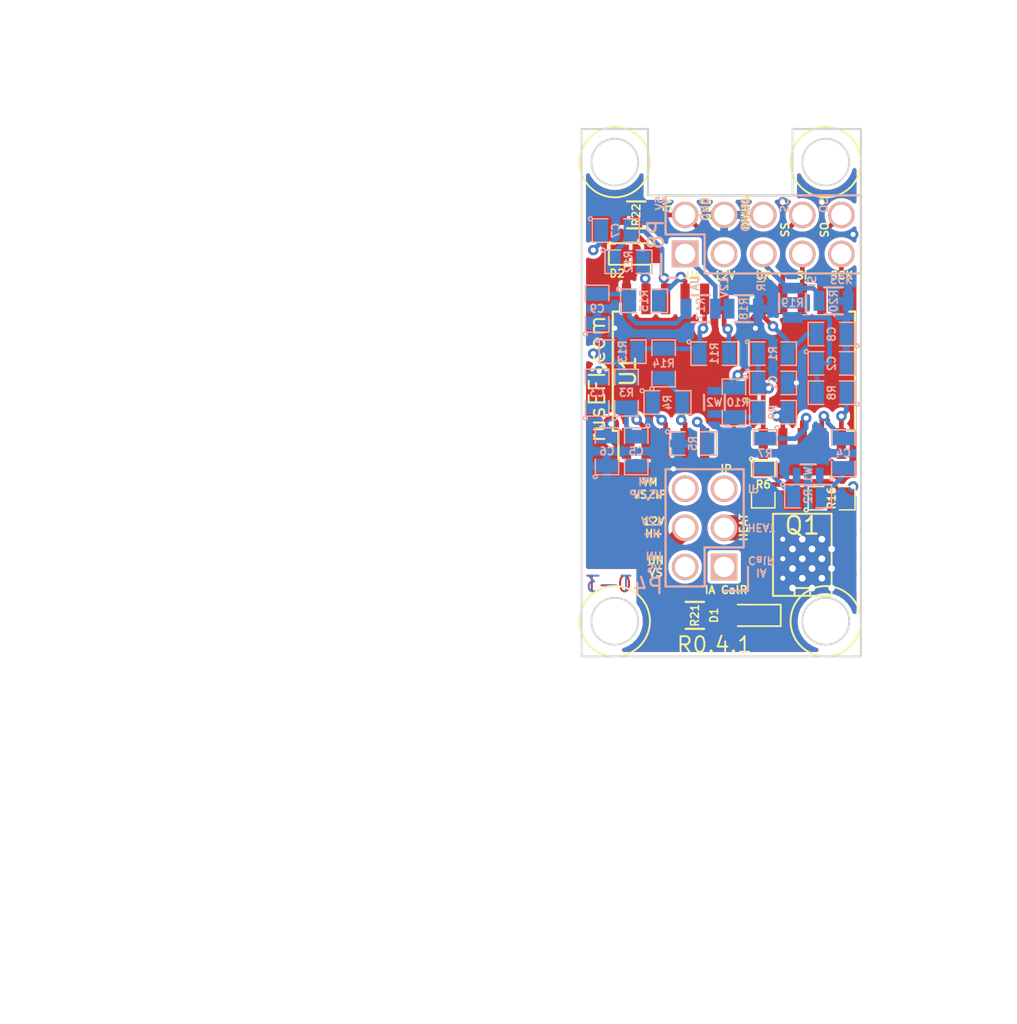
<source format=kicad_pcb>
(kicad_pcb (version 20171130) (host pcbnew "(5.1.5)-3")
  (title_block (title "CJ125 Wide O2 ") (date 2019-01-08) (rev R0.4.1) (company http://rusefi.com/))
  (layers (0 F.Cu signal) (1 PWR power) (2 GND power) (31 B.Cu signal) (34 B.Paste user) (35 F.Paste user) (36 B.SilkS user) (37 F.SilkS user) (38 B.Mask user) (39 F.Mask user) (44 Edge.Cuts user))
  (net 0 "")
  (net 1 GND)
  (net 2 /RST)
  (net 3 /CJ125_UR)
  (net 4 /UN)
  (net 5 "Net-(C4-Pad1)")
  (net 6 /CM)
  (net 7 /WO2-12V)
  (net 8 /CF)
  (net 9 /CJ125_5v)
  (net 10 /CJ125_UA)
  (net 11 /CJ125_IP)
  (net 12 /CJ125_HEATER)
  (net 13 /CJ125_IA)
  (net 14 /CJ125_VM)
  (net 15 /CJ125_UN)
  (net 16 /CJ125_SS)
  (net 17 /CJ125_SI)
  (net 18 /CJ125_SO)
  (net 19 /CJ125_SCK)
  (net 20 "Net-(R2-Pad1)")
  (net 21 /OSZ)
  (net 22 /DIAHD)
  (net 23 /RM)
  (net 24 /UR)
  (net 25 "Net-(R10-Pad2)")
  (net 26 /RS)
  (net 27 /UP)
  (net 28 /US)
  (net 29 /RF)
  (net 30 /UA)
  (net 31 /DIAHG)
  (net 32 "Net-(P8-Pad1)")
  (net 33 "Net-(P8-Pad5)")
  (net 34 "Net-(C3-Pad2)")
  (net 35 "Net-(C5-Pad2)")
  (net 36 "Net-(C7-Pad1)")
  (net 37 "Net-(D1-Pad2)")
  (net 38 "Net-(D2-Pad2)")
  (net 39 "Net-(R7-Pad2)")
  (module SOIC-24_7.5x15.4mm_Pitch1.27mm (layer F.Cu) (at 121.285 120.65 90)
    (fp_text reference U1 (at 0 -6.8834 90) (layer F.SilkS))
    (fp_text value CJ125)
    (pad 1 smd rect (at -4.7 -6.985 90) (size 2 0.6) (layers F.Cu F.Paste F.Mask) (net 7 /WO2-12V))
    (pad 2 smd rect (at -4.7 -5.715 90) (size 2 0.6) (layers F.Cu F.Paste F.Mask) (net 4 /UN))
    (pad 3 smd rect (at -4.7 -4.445 90) (size 2 0.6) (layers F.Cu F.Paste F.Mask) (net 11 /CJ125_IP))
    (pad 4 smd rect (at -4.7 -3.175 90) (size 2 0.6) (layers F.Cu F.Paste F.Mask) (net 13 /CJ125_IA))
    (pad 5 smd rect (at -4.7 -1.905 90) (size 2 0.6) (layers F.Cu F.Paste F.Mask) (net 21 /OSZ))
    (pad 6 smd rect (at -4.7 -0.635 90) (size 2 0.6) (layers F.Cu F.Paste F.Mask) (net 31 /DIAHG))
    (pad 7 smd rect (at -4.7 0.635 90) (size 2 0.6) (layers F.Cu F.Paste F.Mask) (net 22 /DIAHD))
    (pad 8 smd rect (at -4.7 1.905 90) (size 2 0.6) (layers F.Cu F.Paste F.Mask) (net 2 /RST))
    (pad 9 smd rect (at -4.7 3.175 90) (size 2 0.6) (layers F.Cu F.Paste F.Mask) (net 26 /RS))
    (pad 10 smd rect (at -4.7 4.445 90) (size 2 0.6) (layers F.Cu F.Paste F.Mask) (net 23 /RM))
    (pad 11 smd rect (at -4.7 5.715 90) (size 2 0.6) (layers F.Cu F.Paste F.Mask) (net 6 /CM))
    (pad 12 smd rect (at -4.7 6.985 90) (size 2 0.6) (layers F.Cu F.Paste F.Mask) (net 24 /UR))
    (pad 13 smd rect (at 4.7 6.985 90) (size 2 0.6) (layers F.Cu F.Paste F.Mask) (net 19 /CJ125_SCK))
    (pad 14 smd rect (at 4.7 5.715 90) (size 2 0.6) (layers F.Cu F.Paste F.Mask) (net 18 /CJ125_SO))
    (pad 15 smd rect (at 4.7 4.445 90) (size 2 0.6) (layers F.Cu F.Paste F.Mask) (net 17 /CJ125_SI))
    (pad 16 smd rect (at 4.7 3.175 90) (size 2 0.6) (layers F.Cu F.Paste F.Mask) (net 16 /CJ125_SS))
    (pad 17 smd rect (at 4.7 1.905 90) (size 2 0.6) (layers F.Cu F.Paste F.Mask) (net 9 /CJ125_5v))
    (pad 18 smd rect (at 4.7 0.635 90) (size 2 0.6) (layers F.Cu F.Paste F.Mask) (net 14 /CJ125_VM))
    (pad 19 smd rect (at 4.7 -0.635 90) (size 2 0.6) (layers F.Cu F.Paste F.Mask) (net 28 /US))
    (pad 20 smd rect (at 4.7 -1.905 90) (size 2 0.6) (layers F.Cu F.Paste F.Mask) (net 27 /UP))
    (pad 21 smd rect (at 4.7 -3.175 90) (size 2 0.6) (layers F.Cu F.Paste F.Mask) (net 30 /UA))
    (pad 22 smd rect (at 4.7 -4.445 90) (size 2 0.6) (layers F.Cu F.Paste F.Mask) (net 8 /CF))
    (pad 23 smd rect (at 4.7 -5.715 90) (size 2 0.6) (layers F.Cu F.Paste F.Mask) (net 29 /RF))
    (pad 24 smd rect (at 4.7 -6.985 90) (size 2 0.6) (layers F.Cu F.Paste F.Mask) (net 1 GND))
  )
  (module Socket_Strips:Socket_Strip_Straight_2x05 (layer B.Cu) (at 118.11 113.03)
    (fp_text reference P8 (at -1.905 -1.27 90) (layer B.SilkS) (effects (justify mirror)))
    (fp_text value CONN_02X05 hide)
    (pad 1 thru_hole rect (at 0 0) (size 1.7272 1.7272) (drill 1.3208) (layers *.Cu *.Mask B.SilkS) (net 32 "Net-(P8-Pad1)"))
    (pad 2 thru_hole oval (at 0 -2.54) (size 1.7272 1.7272) (drill 1.3208) (layers *.Cu *.Mask B.SilkS) (net 9 /CJ125_5v))
    (pad 3 thru_hole oval (at 2.54 0) (size 1.7272 1.7272) (drill 1.3208) (layers *.Cu *.Mask B.SilkS) (net 7 /WO2-12V))
    (pad 4 thru_hole oval (at 2.54 -2.54) (size 1.7272 1.7272) (drill 1.3208) (layers *.Cu *.Mask B.SilkS) (net 1 GND))
    (pad 5 thru_hole oval (at 5.08 0) (size 1.7272 1.7272) (drill 1.3208) (layers *.Cu *.Mask B.SilkS) (net 33 "Net-(P8-Pad5)"))
    (pad 6 thru_hole oval (at 5.08 -2.54) (size 1.7272 1.7272) (drill 1.3208) (layers *.Cu *.Mask B.SilkS) (net 31 /DIAHG))
    (pad 7 thru_hole oval (at 7.62 0) (size 1.7272 1.7272) (drill 1.3208) (layers *.Cu *.Mask B.SilkS) (net 17 /CJ125_SI))
    (pad 8 thru_hole oval (at 7.62 -2.54) (size 1.7272 1.7272) (drill 1.3208) (layers *.Cu *.Mask B.SilkS) (net 16 /CJ125_SS))
    (pad 9 thru_hole oval (at 10.16 0) (size 1.7272 1.7272) (drill 1.3208) (layers *.Cu *.Mask B.SilkS) (net 19 /CJ125_SCK))
    (pad 10 thru_hole oval (at 10.16 -2.54) (size 1.7272 1.7272) (drill 1.3208) (layers *.Cu *.Mask B.SilkS) (net 18 /CJ125_SO))
  )
  (module Socket_Strips:Socket_Strip_Straight_2x03 (layer B.Cu) (at 120.65 133.3754 90)
    (fp_text reference P4 (at -1.2446 -4.953) (layer B.SilkS) (effects (justify mirror)))
    (fp_text value CONN_02X03 hide)
    (pad 1 thru_hole rect (at 0 0 90) (size 1.7272 1.7272) (drill 1.3208) (layers *.Cu *.Mask B.SilkS) (net 13 /CJ125_IA))
    (pad 2 thru_hole oval (at 0 -2.54 90) (size 1.7272 1.7272) (drill 1.3208) (layers *.Cu *.Mask B.SilkS) (net 15 /CJ125_UN))
    (pad 3 thru_hole oval (at 2.54 0 90) (size 1.7272 1.7272) (drill 1.3208) (layers *.Cu *.Mask B.SilkS) (net 12 /CJ125_HEATER))
    (pad 4 thru_hole oval (at 2.54 -2.54 90) (size 1.7272 1.7272) (drill 1.3208) (layers *.Cu *.Mask B.SilkS) (net 7 /WO2-12V))
    (pad 5 thru_hole oval (at 5.08 0 90) (size 1.7272 1.7272) (drill 1.3208) (layers *.Cu *.Mask B.SilkS) (net 11 /CJ125_IP))
    (pad 6 thru_hole oval (at 5.08 -2.54 90) (size 1.7272 1.7272) (drill 1.3208) (layers *.Cu *.Mask B.SilkS) (net 14 /CJ125_VM))
  )
  (module SM0805 (layer B.Cu) (at 123.825 121.412)
    (fp_text reference C1 (at 0 0 270) (layer B.SilkS) (effects (font (size 0.50038 0.50038) (thickness 0.10922)) (justify mirror)))
    (fp_text value 1000pF hide)
    (pad 1 smd rect (at -0.9525 0) (size 0.889 1.397) (layers B.Cu B.Paste B.Mask) (net 2 /RST))
    (pad 2 smd rect (at 0.9525 0) (size 0.889 1.397) (layers B.Cu B.Paste B.Mask) (net 1 GND))
  )
  (module SM0805 (layer B.Cu) (at 127.635 120.142)
    (fp_text reference C2 (at 0 0 270) (layer B.SilkS) (effects (font (size 0.50038 0.50038) (thickness 0.10922)) (justify mirror)))
    (fp_text value 0.033uF hide)
    (pad 1 smd rect (at -0.9525 0) (size 0.889 1.397) (layers B.Cu B.Paste B.Mask) (net 3 /CJ125_UR))
    (pad 2 smd rect (at 0.9525 0) (size 0.889 1.397) (layers B.Cu B.Paste B.Mask) (net 1 GND))
  )
  (module SM0805 (layer B.Cu) (at 112.395 122.047 90)
    (fp_text reference C3 (at 0 0) (layer B.SilkS) (effects (font (size 0.50038 0.50038) (thickness 0.10922)) (justify mirror)))
    (fp_text value DNP hide)
    (pad 1 smd rect (at -0.9525 0 90) (size 0.889 1.397) (layers B.Cu B.Paste B.Mask) (net 4 /UN))
    (pad 2 smd rect (at 0.9525 0 90) (size 0.889 1.397) (layers B.Cu B.Paste B.Mask) (net 34 "Net-(C3-Pad2)"))
  )
  (module SM0805 (layer B.Cu) (at 128.397 125.984 90)
    (fp_text reference C4 (at 0 0) (layer B.SilkS) (effects (font (size 0.50038 0.50038) (thickness 0.10922)) (justify mirror)))
    (fp_text value 0.1uF hide)
    (pad 1 smd rect (at -0.9525 0 90) (size 0.889 1.397) (layers B.Cu B.Paste B.Mask) (net 5 "Net-(C4-Pad1)"))
    (pad 2 smd rect (at 0.9525 0 90) (size 0.889 1.397) (layers B.Cu B.Paste B.Mask) (net 6 /CM))
  )
  (module SM0805 (layer B.Cu) (at 114.935 125.857 270)
    (fp_text reference C5 (at 0 0 180) (layer B.SilkS) (effects (font (size 0.50038 0.50038) (thickness 0.10922)) (justify mirror)))
    (fp_text value 220pf hide)
    (pad 1 smd rect (at -0.9525 0 270) (size 0.889 1.397) (layers B.Cu B.Paste B.Mask) (net 4 /UN))
    (pad 2 smd rect (at 0.9525 0 270) (size 0.889 1.397) (layers B.Cu B.Paste B.Mask) (net 35 "Net-(C5-Pad2)"))
  )
  (module SM0805 (layer B.Cu) (at 113.03 125.857 90)
    (fp_text reference C6 (at 0 0) (layer B.SilkS) (effects (font (size 0.50038 0.50038) (thickness 0.10922)) (justify mirror)))
    (fp_text value 0.033uF hide)
    (pad 1 smd rect (at -0.9525 0 90) (size 0.889 1.397) (layers B.Cu B.Paste B.Mask) (net 1 GND))
    (pad 2 smd rect (at 0.9525 0 90) (size 0.889 1.397) (layers B.Cu B.Paste B.Mask) (net 7 /WO2-12V))
  )
  (module SM0805 (layer B.Cu) (at 113.6015 111.506)
    (fp_text reference C7 (at 0 0 270) (layer B.SilkS) (effects (font (size 0.50038 0.50038) (thickness 0.10922)) (justify mirror)))
    (fp_text value 0.1uF hide)
    (pad 1 smd rect (at -0.9525 0) (size 0.889 1.397) (layers B.Cu B.Paste B.Mask) (net 36 "Net-(C7-Pad1)"))
    (pad 2 smd rect (at 0.9525 0) (size 0.889 1.397) (layers B.Cu B.Paste B.Mask) (net 8 /CF))
  )
  (module SM0805 (layer B.Cu) (at 127.635 118.237 180)
    (fp_text reference C8 (at 0 0 90) (layer B.SilkS) (effects (font (size 0.50038 0.50038) (thickness 0.10922)) (justify mirror)))
    (fp_text value 0.033uF hide)
    (pad 1 smd rect (at -0.9525 0 180) (size 0.889 1.397) (layers B.Cu B.Paste B.Mask) (net 1 GND))
    (pad 2 smd rect (at 0.9525 0 180) (size 0.889 1.397) (layers B.Cu B.Paste B.Mask) (net 9 /CJ125_5v))
  )
  (module SM0805 (layer B.Cu) (at 112.395 116.586 90)
    (fp_text reference C9 (at 0 0) (layer B.SilkS) (effects (font (size 0.50038 0.50038) (thickness 0.10922)) (justify mirror)))
    (fp_text value 0.033uF hide)
    (pad 1 smd rect (at -0.9525 0 90) (size 0.889 1.397) (layers B.Cu B.Paste B.Mask) (net 1 GND))
    (pad 2 smd rect (at 0.9525 0 90) (size 0.889 1.397) (layers B.Cu B.Paste B.Mask) (net 10 /CJ125_UA))
  )
  (module SO8E_ST (layer F.Cu) (at 125.73 132.588 90)
    (fp_text reference Q1 (at 1.905 0 180) (layer F.SilkS) (effects (font (size 1.143 1.143) (thickness 0.1524))))
    (fp_text value FDS2734 hide)
    (pad 2 smd rect (at -1.905 -2.667 90) (size 0.508 1.143) (layers F.Cu F.Paste F.Mask) (net 12 /CJ125_HEATER))
    (pad 3 smd rect (at -1.905 2.667 90) (size 0.508 1.143) (layers F.Cu F.Paste F.Mask) (net 1 GND))
    (pad 2 smd rect (at -0.635 -2.667 90) (size 0.508 1.143) (layers F.Cu F.Paste F.Mask) (net 12 /CJ125_HEATER))
    (pad 2 smd rect (at 0.635 -2.667 90) (size 0.508 1.143) (layers F.Cu F.Paste F.Mask) (net 12 /CJ125_HEATER))
    (pad 2 smd rect (at 1.905 -2.667 90) (size 0.508 1.143) (layers F.Cu F.Paste F.Mask) (net 12 /CJ125_HEATER))
    (pad 3 smd rect (at -0.635 2.667 90) (size 0.508 1.143) (layers F.Cu F.Paste F.Mask) (net 1 GND))
    (pad 3 smd rect (at 0.635 2.667 90) (size 0.508 1.143) (layers F.Cu F.Paste F.Mask) (net 1 GND))
    (pad 1 smd rect (at 1.905 2.667 90) (size 0.508 1.143) (layers F.Cu F.Paste F.Mask) (net 31 /DIAHG))
  )
  (module SM0805 (layer B.Cu) (at 123.825 119.507)
    (fp_text reference R1 (at 0 0 270) (layer B.SilkS) (effects (font (size 0.50038 0.50038) (thickness 0.10922)) (justify mirror)))
    (fp_text value 10k hide)
    (pad 1 smd rect (at -0.9525 0) (size 0.889 1.397) (layers B.Cu B.Paste B.Mask) (net 2 /RST))
    (pad 2 smd rect (at 0.9525 0) (size 0.889 1.397) (layers B.Cu B.Paste B.Mask) (net 9 /CJ125_5v))
  )
  (module SM0805 (layer B.Cu) (at 126.111 128.778)
    (fp_text reference R2 (at 0 0 270) (layer B.SilkS) (effects (font (size 0.50038 0.50038) (thickness 0.10922)) (justify mirror)))
    (fp_text value 21k6 hide)
    (pad 1 smd rect (at -0.9525 0) (size 0.889 1.397) (layers B.Cu B.Paste B.Mask) (net 20 "Net-(R2-Pad1)"))
    (pad 2 smd rect (at 0.9525 0) (size 0.889 1.397) (layers B.Cu B.Paste B.Mask) (net 5 "Net-(C4-Pad1)"))
  )
  (module SM0805 (layer B.Cu) (at 114.3 122.047 90)
    (fp_text reference R3 (at 0 0) (layer B.SilkS) (effects (font (size 0.50038 0.50038) (thickness 0.10922)) (justify mirror)))
    (fp_text value 0R hide)
    (pad 1 smd rect (at -0.9525 0 90) (size 0.889 1.397) (layers B.Cu B.Paste B.Mask) (net 4 /UN))
    (pad 2 smd rect (at 0.9525 0 90) (size 0.889 1.397) (layers B.Cu B.Paste B.Mask) (net 15 /CJ125_UN))
  )
  (module SM0805 (layer B.Cu) (at 116.967 122.682)
    (fp_text reference R4 (at 0 0 270) (layer B.SilkS) (effects (font (size 0.50038 0.50038) (thickness 0.10922)) (justify mirror)))
    (fp_text value 61.9 hide)
    (pad 1 smd rect (at -0.9525 0) (size 0.889 1.397) (layers B.Cu B.Paste B.Mask) (net 11 /CJ125_IP))
    (pad 2 smd rect (at 0.9525 0) (size 0.889 1.397) (layers B.Cu B.Paste B.Mask) (net 13 /CJ125_IA))
  )
  (module SM0805 (layer B.Cu) (at 118.618 125.349)
    (fp_text reference R5 (at 0 0 270) (layer B.SilkS) (effects (font (size 0.50038 0.50038) (thickness 0.10922)) (justify mirror)))
    (fp_text value 10k hide)
    (pad 1 smd rect (at -0.9525 0) (size 0.889 1.397) (layers B.Cu B.Paste B.Mask) (net 1 GND))
    (pad 2 smd rect (at 0.9525 0) (size 0.889 1.397) (layers B.Cu B.Paste B.Mask) (net 21 /OSZ))
  )
  (module SM0805 (layer F.Cu) (at 123.19 128.016 270)
    (fp_text reference R6 (at 0 0) (layer F.SilkS) (effects (font (size 0.50038 0.50038) (thickness 0.10922))))
    (fp_text value 6.8k hide)
    (pad 1 smd rect (at -0.9525 0 270) (size 0.889 1.397) (layers F.Cu F.Paste F.Mask) (net 22 /DIAHD))
    (pad 2 smd rect (at 0.9525 0 270) (size 0.889 1.397) (layers F.Cu F.Paste F.Mask) (net 12 /CJ125_HEATER))
  )
  (module SM0805 (layer B.Cu) (at 123.317 125.984 270)
    (fp_text reference R7 (at 0 0 180) (layer B.SilkS) (effects (font (size 0.50038 0.50038) (thickness 0.10922)) (justify mirror)))
    (fp_text value 10k hide)
    (pad 1 smd rect (at -0.9525 0 270) (size 0.889 1.397) (layers B.Cu B.Paste B.Mask) (net 23 /RM))
    (pad 2 smd rect (at 0.9525 0 270) (size 0.889 1.397) (layers B.Cu B.Paste B.Mask) (net 39 "Net-(R7-Pad2)"))
  )
  (module SM0805 (layer B.Cu) (at 127.635 122.047 180)
    (fp_text reference R8 (at 0 0 90) (layer B.SilkS) (effects (font (size 0.50038 0.50038) (thickness 0.10922)) (justify mirror)))
    (fp_text value 1k hide)
    (pad 1 smd rect (at -0.9525 0 180) (size 0.889 1.397) (layers B.Cu B.Paste B.Mask) (net 24 /UR))
    (pad 2 smd rect (at 0.9525 0 180) (size 0.889 1.397) (layers B.Cu B.Paste B.Mask) (net 3 /CJ125_UR))
  )
  (module SM0805 (layer B.Cu) (at 123.825 123.317)
    (fp_text reference R9 (at 0 0 270) (layer B.SilkS) (effects (font (size 0.50038 0.50038) (thickness 0.10922)) (justify mirror)))
    (fp_text value 82.5 hide)
    (pad 1 smd rect (at -0.9525 0) (size 0.889 1.397) (layers B.Cu B.Paste B.Mask) (net 25 "Net-(R10-Pad2)"))
    (pad 2 smd rect (at 0.9525 0) (size 0.889 1.397) (layers B.Cu B.Paste B.Mask) (net 26 /RS))
  )
  (module SM0805 (layer B.Cu) (at 121.285 122.682 270)
    (fp_text reference R10 (at 0 -0.254 180) (layer B.SilkS) (effects (font (size 0.50038 0.50038) (thickness 0.10922)) (justify mirror)))
    (fp_text value 220 hide)
    (pad 1 smd rect (at -0.9525 0 270) (size 0.889 1.397) (layers B.Cu B.Paste B.Mask) (net 14 /CJ125_VM))
    (pad 2 smd rect (at 0.9525 0 270) (size 0.889 1.397) (layers B.Cu B.Paste B.Mask) (net 25 "Net-(R10-Pad2)"))
  )
  (module SM0805 (layer B.Cu) (at 120.015 119.507)
    (fp_text reference R11 (at 0 0 270) (layer B.SilkS) (effects (font (size 0.50038 0.50038) (thickness 0.10922)) (justify mirror)))
    (fp_text value 5.11k hide)
    (pad 1 smd rect (at -0.9525 0) (size 0.889 1.397) (layers B.Cu B.Paste B.Mask) (net 27 /UP))
    (pad 2 smd rect (at 0.9525 0) (size 0.889 1.397) (layers B.Cu B.Paste B.Mask) (net 28 /US))
  )
  (module SM0805 (layer B.Cu) (at 114.427 113.538)
    (fp_text reference R12 (at 0 0 270) (layer B.SilkS) (effects (font (size 0.50038 0.50038) (thickness 0.10922)) (justify mirror)))
    (fp_text value 100k hide)
    (pad 1 smd rect (at -0.9525 0) (size 0.889 1.397) (layers B.Cu B.Paste B.Mask) (net 8 /CF))
    (pad 2 smd rect (at 0.9525 0) (size 0.889 1.397) (layers B.Cu B.Paste B.Mask) (net 29 /RF))
  )
  (module SM0805 (layer B.Cu) (at 114.046 119.38)
    (fp_text reference R13 (at 0 0 270) (layer B.SilkS) (effects (font (size 0.50038 0.50038) (thickness 0.10922)) (justify mirror)))
    (fp_text value 100k hide)
    (pad 1 smd rect (at -0.9525 0) (size 0.889 1.397) (layers B.Cu B.Paste B.Mask) (net 15 /CJ125_UN))
    (pad 2 smd rect (at 0.9525 0) (size 0.889 1.397) (layers B.Cu B.Paste B.Mask) (net 27 /UP))
  )
  (module SM0805 (layer B.Cu) (at 116.713 120.142 90)
    (fp_text reference R14 (at 0 0) (layer B.SilkS) (effects (font (size 0.50038 0.50038) (thickness 0.10922)) (justify mirror)))
    (fp_text value 511k hide)
    (pad 1 smd rect (at -0.9525 0 90) (size 0.889 1.397) (layers B.Cu B.Paste B.Mask) (net 13 /CJ125_IA))
    (pad 2 smd rect (at 0.9525 0 90) (size 0.889 1.397) (layers B.Cu B.Paste B.Mask) (net 27 /UP))
  )
  (module SM0805 (layer B.Cu) (at 115.443 116.078)
    (fp_text reference R15 (at 0 0 270) (layer B.SilkS) (effects (font (size 0.50038 0.50038) (thickness 0.10922)) (justify mirror)))
    (fp_text value 1k hide)
    (pad 1 smd rect (at -0.9525 0) (size 0.889 1.397) (layers B.Cu B.Paste B.Mask) (net 10 /CJ125_UA))
    (pad 2 smd rect (at 0.9525 0) (size 0.889 1.397) (layers B.Cu B.Paste B.Mask) (net 30 /UA))
  )
  (module R_0603 (layer B.Cu) (at 126.111 127.381 180)
    (fp_text reference W1 (at 0 0 90) (layer B.SilkS) (effects (font (size 0.50038 0.50038) (thickness 0.10922)) (justify mirror)))
    (fp_text value TEST hide)
    (pad 1 smd rect (at -0.75 0 180) (size 0.5 0.9) (layers B.Cu B.Paste B.Mask) (net 5 "Net-(C4-Pad1)"))
    (pad 2 smd rect (at 0.75 0 180) (size 0.5 0.9) (layers B.Cu B.Paste B.Mask) (net 39 "Net-(R7-Pad2)"))
  )
  (module R_0603 (layer B.Cu) (at 120.015 122.682 90)
    (fp_text reference W2 (at 0 0) (layer B.SilkS) (effects (font (size 0.50038 0.50038) (thickness 0.10922)) (justify mirror)))
    (fp_text value TEST hide)
    (pad 1 smd rect (at -0.75 0 90) (size 0.5 0.9) (layers B.Cu B.Paste B.Mask) (net 25 "Net-(R10-Pad2)"))
    (pad 2 smd rect (at 0.75 0 90) (size 0.5 0.9) (layers B.Cu B.Paste B.Mask) (net 14 /CJ125_VM))
  )
  (module SM0805 (layer F.Cu) (at 127.635 128.905)
    (fp_text reference R16 (at 0 0 90) (layer F.SilkS) (effects (font (size 0.50038 0.50038) (thickness 0.10922))))
    (fp_text value 10k hide)
    (pad 1 smd rect (at -0.9525 0) (size 0.889 1.397) (layers F.Cu F.Paste F.Mask) (net 1 GND))
    (pad 2 smd rect (at 0.9525 0) (size 0.889 1.397) (layers F.Cu F.Paste F.Mask) (net 31 /DIAHG))
  )
  (module rsuEFI_Lib:R_0805 (layer B.Cu) (at 119.126 116.586 180)
    (fp_text reference R17 (at 0 0 90) (layer B.SilkS) (effects (font (size 0.508 0.508) (thickness 0.1016)) (justify mirror)))
    (fp_text value 6.8k hide)
    (pad 1 smd rect (at -0.95 0 180) (size 0.7 1.3) (layers B.Cu B.Paste B.Mask) (net 32 "Net-(P8-Pad1)"))
    (pad 2 smd rect (at 0.95 0 180) (size 0.7 1.3) (layers B.Cu B.Paste B.Mask) (net 10 /CJ125_UA))
  )
  (module rsuEFI_Lib:R_0805 (layer B.Cu) (at 121.92 116.586)
    (fp_text reference R18 (at 0 0 270) (layer B.SilkS) (effects (font (size 0.508 0.508) (thickness 0.1016)) (justify mirror)))
    (fp_text value 10k hide)
    (pad 1 smd rect (at -0.95 0) (size 0.7 1.3) (layers B.Cu B.Paste B.Mask) (net 32 "Net-(P8-Pad1)"))
    (pad 2 smd rect (at 0.95 0) (size 0.7 1.3) (layers B.Cu B.Paste B.Mask) (net 1 GND))
  )
  (module rsuEFI_Lib:R_0805 (layer B.Cu) (at 125.095 116.205 270)
    (fp_text reference R19 (at 0 0 180) (layer B.SilkS) (effects (font (size 0.508 0.508) (thickness 0.1016)) (justify mirror)))
    (fp_text value 6.8k hide)
    (pad 1 smd rect (at -0.95 0 270) (size 0.7 1.3) (layers B.Cu B.Paste B.Mask) (net 33 "Net-(P8-Pad5)"))
    (pad 2 smd rect (at 0.95 0 270) (size 0.7 1.3) (layers B.Cu B.Paste B.Mask) (net 3 /CJ125_UR))
  )
  (module rsuEFI_Lib:R_0805 (layer B.Cu) (at 127.762 116.078)
    (fp_text reference R20 (at 0 0 270) (layer B.SilkS) (effects (font (size 0.508 0.508) (thickness 0.1016)) (justify mirror)))
    (fp_text value 10k hide)
    (pad 1 smd rect (at -0.95 0) (size 0.7 1.3) (layers B.Cu B.Paste B.Mask) (net 33 "Net-(P8-Pad5)"))
    (pad 2 smd rect (at 0.95 0) (size 0.7 1.3) (layers B.Cu B.Paste B.Mask) (net 1 GND))
  )
  (module LEDs:LED_0805 (layer F.Cu) (at 122.5296 136.525 180)
    (fp_text reference D1 (at 2.54 0 90) (layer F.SilkS) (effects (font (size 0.508 0.508) (thickness 0.1016))))
    (fp_text value LED hide)
    (pad 2 smd rect (at 1.1 0) (size 1.2 1.2) (layers F.Cu F.Paste F.Mask) (net 37 "Net-(D1-Pad2)"))
    (pad 1 smd rect (at -1.1 0) (size 1.2 1.2) (layers F.Cu F.Paste F.Mask) (net 12 /CJ125_HEATER))
  )
  (module LEDs:LED_0805 (layer F.Cu) (at 114.9604 113.03)
    (fp_text reference D2 (at -1.27 1.27) (layer F.SilkS) (effects (font (size 0.508 0.508) (thickness 0.1016))))
    (fp_text value LED hide)
    (pad 2 smd rect (at 1.1 0 180) (size 1.2 1.2) (layers F.Cu F.Paste F.Mask) (net 38 "Net-(D2-Pad2)"))
    (pad 1 smd rect (at -1.1 0 180) (size 1.2 1.2) (layers F.Cu F.Paste F.Mask) (net 1 GND))
  )
  (module rsuEFI_Lib:R_0805 (layer F.Cu) (at 118.745 136.525 180)
    (fp_text reference R21 (at 0 0 270) (layer F.SilkS) (effects (font (size 0.508 0.508) (thickness 0.1016))))
    (fp_text value 4.7k hide)
    (pad 1 smd rect (at -0.95 0 180) (size 0.7 1.3) (layers F.Cu F.Paste F.Mask) (net 37 "Net-(D1-Pad2)"))
    (pad 2 smd rect (at 0.95 0 180) (size 0.7 1.3) (layers F.Cu F.Paste F.Mask) (net 7 /WO2-12V))
  )
  (module rsuEFI_Lib:R_0805 (layer F.Cu) (at 114.935 110.49 180)
    (fp_text reference R22 (at 0 0 270) (layer F.SilkS) (effects (font (size 0.508 0.508) (thickness 0.1016))))
    (fp_text value 1k hide)
    (pad 1 smd rect (at -0.95 0 180) (size 0.7 1.3) (layers F.Cu F.Paste F.Mask) (net 9 /CJ125_5v))
    (pad 2 smd rect (at 0.95 0 180) (size 0.7 1.3) (layers F.Cu F.Paste F.Mask) (net 38 "Net-(D2-Pad2)"))
  )
  (gr_line (start 129.54 104.902) (end 125.095 104.902) (angle 90) (layer Edge.Cuts) (width 0.127))
  (gr_line (start 125.095 109.22) (end 125.095 104.902) (angle 90) (layer Edge.Cuts) (width 0.127))
  (gr_line (start 115.697 104.902) (end 111.379 104.902) (angle 90) (layer Edge.Cuts) (width 0.127))
  (gr_line (start 115.697 109.22) (end 115.697 104.902) (angle 90) (layer Edge.Cuts) (width 0.127))
  (gr_arc (start 127.254 107.061) (end 128.778 107.061) (angle 360) (layer Edge.Cuts) (width 0.127))
  (gr_arc (start 113.538 107.061) (end 115.062 107.061) (angle 360) (layer Edge.Cuts) (width 0.127))
  (gr_circle (center 127.254 107.061) (end 129.54 107.061) (layer F.SilkS) (width 0.127))
  (gr_circle (center 127.254 136.906) (end 129.54 136.906) (layer F.SilkS) (width 0.127))
  (gr_circle (center 113.538 136.906) (end 113.538 139.192) (layer F.SilkS) (width 0.127))
  (gr_circle (center 113.538 107.061) (end 115.824 107.061) (layer F.SilkS) (width 0.127))
  (gr_circle (center 127.254 136.906) (end 127.254 138.43) (layer Edge.Cuts) (width 0.127))
  (gr_circle (center 113.538 136.906) (end 113.538 138.43) (layer Edge.Cuts) (width 0.127))
  (gr_line (start 111.379 139.192) (end 129.54 139.192) (angle 90) (layer Edge.Cuts) (width 0.127))
  (gr_text rusEFI.com (at 112.395 121.158 90) (layer F.SilkS) (effects (font (size 1.016 1.016) (thickness 0.127))))
  (gr_text "IA\nCalR" (at 123.063 133.35 180) (layer B.SilkS) (effects (font (size 0.50038 0.50038) (thickness 0.10922)) (justify mirror)))
  (gr_text HEAT (at 123.063 130.81 180) (layer B.SilkS) (effects (font (size 0.50038 0.50038) (thickness 0.10922)) (justify mirror)))
  (gr_text "VM\nVS/IP" (at 115.57 128.27) (layer B.SilkS) (effects (font (size 0.50038 0.50038) (thickness 0.10922)) (justify mirror)))
  (gr_text "12V\nH+" (at 115.951 130.81) (layer B.SilkS) (effects (font (size 0.50038 0.50038) (thickness 0.10922)) (justify mirror)))
  (gr_text "UN\nVS" (at 116.078 133.096) (layer B.SilkS) (effects (font (size 0.50038 0.50038) (thickness 0.10922)) (justify mirror)))
  (gr_text IP (at 122.555 128.27 180) (layer B.SilkS) (effects (font (size 0.50038 0.50038) (thickness 0.10922)) (justify mirror)))
  (gr_text 5V (at 116.459 109.728 90) (layer B.SilkS) (effects (font (size 0.50038 0.50038) (thickness 0.10922)) (justify mirror)))
  (gr_text GND (at 119.38 110.109 90) (layer B.SilkS) (effects (font (size 0.50038 0.50038) (thickness 0.10922)) (justify mirror)))
  (gr_text DIAHD (at 122.047 110.49 90) (layer B.SilkS) (effects (font (size 0.50038 0.50038) (thickness 0.10922)) (justify mirror)))
  (gr_text SS (at 124.587 109.855 90) (layer B.SilkS) (effects (font (size 0.50038 0.50038) (thickness 0.10922)) (justify mirror)))
  (gr_text SO (at 127.127 109.855 90) (layer B.SilkS) (effects (font (size 0.50038 0.50038) (thickness 0.10922)) (justify mirror)))
  (gr_text SI (at 126.365 114.808 90) (layer B.SilkS) (effects (font (size 0.50038 0.50038) (thickness 0.10922)) (justify mirror)))
  (gr_text SCK (at 128.27 114.681 180) (layer B.SilkS) (effects (font (size 0.50038 0.50038) (thickness 0.10922)) (justify mirror)))
  (gr_text UR (at 123.063 114.935 90) (layer B.SilkS) (effects (font (size 0.50038 0.50038) (thickness 0.10922)) (justify mirror)))
  (gr_text 12V (at 120.65 115.189 90) (layer B.SilkS) (effects (font (size 0.50038 0.50038) (thickness 0.10922)) (justify mirror)))
  (gr_text UA (at 118.745 114.935 90) (layer B.SilkS) (effects (font (size 0.50038 0.50038) (thickness 0.10922)) (justify mirror)))
  (gr_text "IA CalR" (at 120.777 134.874) (layer F.SilkS) (effects (font (size 0.50038 0.50038) (thickness 0.10922))))
  (gr_text HEAT (at 121.92 130.81 90) (layer F.SilkS) (effects (font (size 0.50038 0.50038) (thickness 0.10922))))
  (gr_text IP (at 120.777 127) (layer F.SilkS) (effects (font (size 0.50038 0.50038) (thickness 0.10922))))
  (gr_text "UN\nVS" (at 116.205 133.35) (layer F.SilkS) (effects (font (size 0.50038 0.50038) (thickness 0.10922))))
  (gr_text "12V\nH+" (at 116.078 130.81) (layer F.SilkS) (effects (font (size 0.50038 0.50038) (thickness 0.10922))))
  (gr_text "VM\nVS/IP" (at 115.824 128.27) (layer F.SilkS) (effects (font (size 0.50038 0.50038) (thickness 0.10922))))
  (gr_text UA (at 118.6434 114.4524) (layer F.SilkS) (effects (font (size 0.50038 0.50038) (thickness 0.10922))))
  (gr_text 12V (at 120.6754 114.427) (layer F.SilkS) (effects (font (size 0.50038 0.50038) (thickness 0.10922))))
  (gr_text UR (at 123.2154 114.427) (layer F.SilkS) (effects (font (size 0.50038 0.50038) (thickness 0.10922))))
  (gr_text SCK (at 128.2954 114.427) (layer F.SilkS) (effects (font (size 0.50038 0.50038) (thickness 0.10922))))
  (gr_text SI (at 125.7046 114.427) (layer F.SilkS) (effects (font (size 0.50038 0.50038) (thickness 0.10922))))
  (gr_text SO (at 127.1778 111.4552 90) (layer F.SilkS) (effects (font (size 0.50038 0.50038) (thickness 0.10922))))
  (gr_text SS (at 124.6124 111.4552 90) (layer F.SilkS) (effects (font (size 0.50038 0.50038) (thickness 0.10922))))
  (gr_text DIAHG (at 122.047 110.363 90) (layer F.SilkS) (effects (font (size 0.50038 0.50038) (thickness 0.10922))))
  (gr_text GND (at 119.507 110.109 90) (layer F.SilkS) (effects (font (size 0.50038 0.50038) (thickness 0.10922))))
  (gr_text 5V (at 116.967 109.855 90) (layer F.SilkS) (effects (font (size 0.50038 0.50038) (thickness 0.10922))))
  (gr_text R0.4.1 (at 120.015 138.43) (layer F.SilkS) (effects (font (size 1.016 1.016) (thickness 0.127))))
  (gr_text T-0 (at 113.157 134.493) (layer F.Cu) (effects (font (size 1.016 1.016) (thickness 0.127))))
  (gr_line (start 115.697 109.22) (end 125.095 109.22) (angle 90) (layer Edge.Cuts) (width 0.127))
  (gr_line (start 111.379 139.192) (end 111.379 104.902) (angle 90) (layer Edge.Cuts) (width 0.127))
  (gr_line (start 129.54 104.902) (end 129.54 139.192) (angle 90) (layer Edge.Cuts) (width 0.127))
  (gr_text T-3 (at 113.157 134.493) (layer B.Cu) (effects (font (size 1.016 1.016) (thickness 0.127)) (justify mirror)))
  (segment (start 122.87 116.586) (end 122.87 117.668) (width 0.3048) (layer B.Cu) (net 1))
  (via (at 122.682 117.856) (size 0.6858) (drill 0.3302) (layers F.Cu B.Cu) (net 1))
  (segment (start 122.87 117.668) (end 122.682 117.856) (width 0.3048) (layer B.Cu) (net 1))
  (segment (start 114.3 115.95) (end 114.3 117.094) (width 0.3048) (layer F.Cu) (net 1))
  (segment (start 113.2205 117.5385) (end 113.538 117.856) (width 0.3048) (layer B.Cu) (net 1))
  (via (at 113.538 117.856) (size 0.6858) (drill 0.3302) (layers F.Cu B.Cu) (net 1))
  (segment (start 113.2205 117.5385) (end 112.395 117.5385) (width 0.3048) (layer B.Cu) (net 1))
  (segment (start 114.3 117.094) (end 113.538 117.856) (width 0.3048) (layer F.Cu) (net 1))
  (segment (start 112.649 111.506) (end 112.649 112.268) (width 0.3048) (layer B.Cu) (net 36))
  (via (at 112.141 112.776) (size 0.6858) (drill 0.3302) (layers F.Cu B.Cu) (net 36))
  (segment (start 112.649 112.268) (end 112.141 112.776) (width 0.3048) (layer B.Cu) (net 36))
  (segment (start 114.935 126.8095) (end 117.1575 126.8095) (width 0.3048) (layer B.Cu) (net 1))
  (segment (start 117.6655 126.6825) (end 117.348 127) (width 0.3048) (layer B.Cu) (net 1))
  (via (at 117.348 127) (size 0.6858) (drill 0.3302) (layers F.Cu B.Cu) (net 1))
  (segment (start 117.6655 126.6825) (end 117.6655 125.349) (width 0.3048) (layer B.Cu) (net 1))
  (segment (start 117.1575 126.8095) (end 117.348 127) (width 0.3048) (layer B.Cu) (net 1))
  (segment (start 128.5875 120.142) (end 128.5875 119.5705) (width 0.3048) (layer B.Cu) (net 1))
  (via (at 124.46 109.6772) (size 0.6858) (drill 0.3302) (layers F.Cu B.Cu) (net 1))
  (via (at 127 109.6772) (size 0.6858) (drill 0.3302) (layers F.Cu B.Cu) (net 1))
  (via (at 129.032 111.76) (size 0.6858) (drill 0.3302) (layers F.Cu B.Cu) (net 1))
  (segment (start 125.095 132.207) (end 124.46 131.572) (width 0.3048) (layer B.Cu) (net 1))
  (via (at 127.635 134.747) (size 0.78994) (drill 0.43434) (layers F.Cu B.Cu) (net 1))
  (segment (start 127.635 134.747) (end 127.635 133.477) (width 0.3048) (layer B.Cu) (net 1))
  (via (at 127.635 133.477) (size 0.78994) (drill 0.43434) (layers F.Cu B.Cu) (net 1))
  (segment (start 127.635 133.477) (end 127.635 132.207) (width 0.3048) (layer F.Cu) (net 1))
  (via (at 127.635 132.207) (size 0.78994) (drill 0.43434) (layers F.Cu B.Cu) (net 1))
  (segment (start 127.635 132.207) (end 127 131.572) (width 0.3048) (layer B.Cu) (net 1))
  (via (at 127 131.572) (size 0.78994) (drill 0.43434) (layers F.Cu B.Cu) (net 1))
  (segment (start 127 131.572) (end 127 132.842) (width 0.3048) (layer F.Cu) (net 1))
  (via (at 127 132.842) (size 0.78994) (drill 0.43434) (layers F.Cu B.Cu) (net 1))
  (segment (start 127 132.842) (end 127 134.112) (width 0.3048) (layer B.Cu) (net 1))
  (via (at 127 134.112) (size 0.78994) (drill 0.43434) (layers F.Cu B.Cu) (net 1))
  (segment (start 127 134.112) (end 126.365 134.747) (width 0.3048) (layer F.Cu) (net 1))
  (via (at 126.365 134.747) (size 0.78994) (drill 0.43434) (layers F.Cu B.Cu) (net 1))
  (segment (start 126.365 134.747) (end 126.365 133.477) (width 0.3048) (layer B.Cu) (net 1))
  (via (at 126.365 133.477) (size 0.78994) (drill 0.43434) (layers F.Cu B.Cu) (net 1))
  (segment (start 126.365 133.477) (end 126.365 132.207) (width 0.3048) (layer F.Cu) (net 1))
  (via (at 126.365 132.207) (size 0.78994) (drill 0.43434) (layers F.Cu B.Cu) (net 1))
  (segment (start 126.365 132.207) (end 125.73 131.572) (width 0.3048) (layer B.Cu) (net 1))
  (via (at 125.73 131.572) (size 0.78994) (drill 0.43434) (layers F.Cu B.Cu) (net 1))
  (segment (start 125.73 131.572) (end 125.73 132.842) (width 0.3048) (layer F.Cu) (net 1))
  (via (at 125.73 132.842) (size 0.78994) (drill 0.43434) (layers F.Cu B.Cu) (net 1))
  (segment (start 125.73 132.842) (end 125.73 134.112) (width 0.3048) (layer B.Cu) (net 1))
  (via (at 125.73 134.112) (size 0.78994) (drill 0.43434) (layers F.Cu B.Cu) (net 1))
  (segment (start 125.73 134.112) (end 125.095 134.747) (width 0.3048) (layer F.Cu) (net 1))
  (via (at 125.095 134.747) (size 0.78994) (drill 0.43434) (layers F.Cu B.Cu) (net 1))
  (segment (start 125.095 134.747) (end 125.095 133.477) (width 0.3048) (layer B.Cu) (net 1))
  (via (at 125.095 133.477) (size 0.78994) (drill 0.43434) (layers F.Cu B.Cu) (net 1))
  (segment (start 125.095 133.477) (end 125.095 132.207) (width 0.3048) (layer F.Cu) (net 1))
  (via (at 125.095 132.207) (size 0.78994) (drill 0.43434) (layers F.Cu B.Cu) (net 1))
  (segment (start 127.889 134.493) (end 127.635 134.747) (width 0.3048) (layer F.Cu) (net 1))
  (via (at 124.46 134.112) (size 0.6858) (drill 0.3302) (layers F.Cu B.Cu) (net 1))
  (segment (start 124.46 132.842) (end 124.46 134.112) (width 0.3048) (layer B.Cu) (net 1))
  (via (at 124.46 132.842) (size 0.6858) (drill 0.3302) (layers F.Cu B.Cu) (net 1))
  (segment (start 124.46 131.572) (end 124.46 132.842) (width 0.3048) (layer F.Cu) (net 1))
  (via (at 124.46 131.572) (size 0.6858) (drill 0.3302) (layers F.Cu B.Cu) (net 1))
  (segment (start 128.397 134.493) (end 127.889 134.493) (width 0.3048) (layer F.Cu) (net 1))
  (segment (start 128.397 131.953) (end 128.397 133.223) (width 1.0668) (layer F.Cu) (net 1))
  (segment (start 128.397 133.223) (end 128.397 134.493) (width 1.0668) (layer F.Cu) (net 1))
  (segment (start 124.7775 121.412) (end 125.349 121.412) (width 0.3048) (layer B.Cu) (net 1))
  (via (at 125.349 121.412) (size 0.6858) (drill 0.3302) (layers F.Cu B.Cu) (net 1))
  (segment (start 114.935 126.8095) (end 114.935 126.873) (width 0.3048) (layer B.Cu) (net 1))
  (segment (start 113.03 126.8095) (end 113.03 127) (width 0.3048) (layer B.Cu) (net 1))
  (segment (start 112.395 121.0945) (end 112.395 120.777) (width 0.3048) (layer B.Cu) (net 34))
  (segment (start 112.395 120.777) (end 112.522 120.65) (width 0.3048) (layer B.Cu) (net 34))
  (via (at 112.522 120.65) (size 0.6858) (drill 0.3302) (layers F.Cu B.Cu) (net 34))
  (segment (start 112.5855 117.5385) (end 112.395 117.5385) (width 0.3048) (layer B.Cu) (net 1))
  (segment (start 123.19 125.35) (end 123.19 122.1232) (width 0.3048) (layer F.Cu) (net 2))
  (segment (start 123.5456 121.7676) (end 123.19 121.412) (width 0.3048) (layer B.Cu) (net 2))
  (via (at 123.5456 121.7676) (size 0.6858) (drill 0.3302) (layers F.Cu B.Cu) (net 2))
  (segment (start 123.19 122.1232) (end 123.5456 121.7676) (width 0.3048) (layer F.Cu) (net 2))
  (segment (start 123.19 121.412) (end 122.8725 121.412) (width 0.3048) (layer B.Cu) (net 2))
  (segment (start 122.8725 121.412) (end 122.8725 119.507) (width 0.3048) (layer B.Cu) (net 2))
  (segment (start 126.6825 120.142) (end 127.4318 120.142) (width 0.3048) (layer B.Cu) (net 3))
  (segment (start 127.4318 120.142) (end 127.495301 120.078499) (width 0.3048) (layer B.Cu) (net 3))
  (segment (start 127.495301 120.078499) (end 127.495301 117.243859) (width 0.3048) (layer B.Cu) (net 3))
  (segment (start 126.0498 117.155) (end 125.095 117.155) (width 0.3048) (layer B.Cu) (net 3))
  (segment (start 127.495301 117.243859) (end 127.406442 117.155) (width 0.3048) (layer B.Cu) (net 3))
  (segment (start 127.406442 117.155) (end 126.0498 117.155) (width 0.3048) (layer B.Cu) (net 3))
  (segment (start 126.873 120.142) (end 126.6825 120.142) (width 0.3048) (layer B.Cu) (net 3))
  (segment (start 126.6825 122.047) (end 126.6825 120.142) (width 0.3048) (layer B.Cu) (net 3))
  (segment (start 115.57 125.35) (end 115.57 124.4092) (width 0.3048) (layer F.Cu) (net 4))
  (segment (start 115.57 124.4092) (end 114.9604 123.7996) (width 0.3048) (layer F.Cu) (net 4))
  (via (at 114.9604 123.7996) (size 0.6858) (drill 0.3302) (layers F.Cu B.Cu) (net 4))
  (segment (start 114.9604 123.7996) (end 114.3 123.1392) (width 0.3048) (layer B.Cu) (net 4))
  (segment (start 114.3 123.1392) (end 114.3 122.9995) (width 0.3048) (layer B.Cu) (net 4))
  (segment (start 115.1255 124.9045) (end 114.935 124.9045) (width 0.3048) (layer B.Cu) (net 4))
  (segment (start 114.3 122.9995) (end 114.3 124.2695) (width 0.3048) (layer B.Cu) (net 4))
  (segment (start 114.3 124.2695) (end 114.935 124.9045) (width 0.3048) (layer B.Cu) (net 4))
  (segment (start 112.395 122.9995) (end 114.3 122.9995) (width 0.3048) (layer B.Cu) (net 4))
  (segment (start 128.397 126.9365) (end 128.397 127.4445) (width 0.3048) (layer B.Cu) (net 5))
  (segment (start 128.397 127.4445) (end 127.0635 128.778) (width 0.3048) (layer B.Cu) (net 5))
  (segment (start 126.861 127.381) (end 126.861 128.5755) (width 0.3048) (layer B.Cu) (net 5))
  (segment (start 126.861 128.5755) (end 127.0635 128.778) (width 0.3048) (layer B.Cu) (net 5))
  (segment (start 127 125.35) (end 127 123.698) (width 0.3048) (layer F.Cu) (net 6))
  (segment (start 127.381 124.0155) (end 128.397 125.0315) (width 0.3048) (layer B.Cu) (net 6))
  (segment (start 127.381 123.825) (end 127.381 124.0155) (width 0.3048) (layer B.Cu) (net 6))
  (segment (start 127.127 123.571) (end 127.381 123.825) (width 0.3048) (layer B.Cu) (net 6))
  (via (at 127.127 123.571) (size 0.6858) (drill 0.3302) (layers F.Cu B.Cu) (net 6))
  (segment (start 127 123.698) (end 127.127 123.571) (width 0.3048) (layer F.Cu) (net 6))
  (segment (start 128.2065 125.0315) (end 128.397 125.0315) (width 0.3048) (layer B.Cu) (net 6))
  (segment (start 118.11 130.8354) (end 118.11 130.988306) (width 1.0668) (layer F.Cu) (net 7))
  (segment (start 118.11 130.988306) (end 116.3782 132.720106) (width 1.0668) (layer F.Cu) (net 7))
  (segment (start 116.3782 132.720106) (end 116.3782 134.8082) (width 1.0668) (layer F.Cu) (net 7))
  (segment (start 116.3782 134.8082) (end 117.795 136.225) (width 1.0668) (layer F.Cu) (net 7))
  (segment (start 117.795 136.225) (end 117.795 136.525) (width 1.0668) (layer F.Cu) (net 7))
  (segment (start 114.3 125.35) (end 114.047 125.35) (width 1.0668) (layer F.Cu) (net 7))
  (segment (start 114.047 125.35) (end 113.284 124.587) (width 1.0668) (layer F.Cu) (net 7))
  (segment (start 113.284 124.587) (end 113.284 124.079) (width 1.0668) (layer F.Cu) (net 7))
  (via (at 113.284 124.079) (size 0.6858) (drill 0.3302) (layers F.Cu B.Cu) (net 7))
  (segment (start 113.284 124.079) (end 113.03 124.333) (width 0.3048) (layer B.Cu) (net 7))
  (segment (start 113.03 124.333) (end 113.03 124.9045) (width 0.3048) (layer B.Cu) (net 7))
  (segment (start 114.554 111.506) (end 114.554 111.887) (width 0.3048) (layer B.Cu) (net 8))
  (segment (start 114.554 111.887) (end 113.4745 112.9665) (width 0.3048) (layer B.Cu) (net 8))
  (segment (start 113.4745 112.9665) (end 113.4745 113.538) (width 0.3048) (layer B.Cu) (net 8))
  (segment (start 116.7384 114.6048) (end 116.6114 114.4778) (width 0.3048) (layer B.Cu) (net 8))
  (segment (start 114.58194 111.53394) (end 114.554 111.506) (width 0.3048) (layer B.Cu) (net 8))
  (segment (start 116.6114 114.4778) (end 116.6114 112.70234) (width 0.3048) (layer B.Cu) (net 8))
  (segment (start 116.6114 112.70234) (end 115.443 111.53394) (width 0.3048) (layer B.Cu) (net 8))
  (segment (start 115.443 111.53394) (end 114.58194 111.53394) (width 0.3048) (layer B.Cu) (net 8))
  (segment (start 116.84 114.7064) (end 116.7384 114.6048) (width 0.1524) (layer F.Cu) (net 8))
  (via (at 116.7384 114.6048) (size 0.6858) (drill 0.3302) (layers F.Cu B.Cu) (net 8))
  (segment (start 116.84 114.7064) (end 116.84 115.95) (width 0.1524) (layer F.Cu) (net 8))
  (segment (start 118.11 110.49) (end 115.885 110.49) (width 0.3048) (layer F.Cu) (net 9))
  (segment (start 119.38 111.76) (end 118.11 110.49) (width 0.3048) (layer F.Cu) (net 9))
  (segment (start 121.1834 111.76) (end 119.38 111.76) (width 0.3048) (layer F.Cu) (net 9))
  (segment (start 121.92 112.4966) (end 121.1834 111.76) (width 0.3048) (layer F.Cu) (net 9))
  (segment (start 121.92 113.5126) (end 121.92 112.4966) (width 0.3048) (layer F.Cu) (net 9))
  (segment (start 123.19 114.7826) (end 121.92 113.5126) (width 0.3048) (layer F.Cu) (net 9))
  (segment (start 123.19 115.95) (end 123.19 114.7826) (width 0.3048) (layer F.Cu) (net 9))
  (segment (start 123.19 115.95) (end 123.19 117.094) (width 0.3048) (layer F.Cu) (net 9))
  (segment (start 124.7775 118.6815) (end 124.7775 119.507) (width 0.3048) (layer B.Cu) (net 9))
  (segment (start 123.825 117.729) (end 124.7775 118.6815) (width 0.3048) (layer B.Cu) (net 9))
  (via (at 123.825 117.729) (size 0.6858) (drill 0.3302) (layers F.Cu B.Cu) (net 9))
  (segment (start 123.19 117.094) (end 123.825 117.729) (width 0.3048) (layer F.Cu) (net 9))
  (segment (start 126.6825 118.237) (end 126.0475 118.237) (width 0.3048) (layer B.Cu) (net 9))
  (segment (start 126.0475 118.237) (end 124.7775 119.507) (width 0.3048) (layer B.Cu) (net 9))
  (segment (start 114.4905 116.078) (end 114.4905 117.0813) (width 0.3048) (layer B.Cu) (net 10))
  (segment (start 114.4905 117.0813) (end 114.95 117.5408) (width 0.3048) (layer B.Cu) (net 10))
  (segment (start 114.95 117.5408) (end 117.5212 117.5408) (width 0.3048) (layer B.Cu) (net 10))
  (segment (start 117.5212 117.5408) (end 118.176 116.886) (width 0.3048) (layer B.Cu) (net 10))
  (segment (start 118.176 116.886) (end 118.176 116.586) (width 0.3048) (layer B.Cu) (net 10))
  (segment (start 112.395 115.6335) (end 114.046 115.6335) (width 0.3048) (layer B.Cu) (net 10))
  (segment (start 114.046 115.6335) (end 114.4905 116.078) (width 0.3048) (layer B.Cu) (net 10))
  (segment (start 116.84 125.35) (end 116.84 124.079) (width 0.3048) (layer F.Cu) (net 11))
  (segment (start 116.84 124.079) (end 116.586 123.825) (width 0.3048) (layer F.Cu) (net 11))
  (segment (start 116.0145 122.682) (end 116.0145 123.2535) (width 0.3048) (layer B.Cu) (net 11))
  (segment (start 116.0145 123.2535) (end 116.586 123.825) (width 0.3048) (layer B.Cu) (net 11))
  (via (at 116.586 123.825) (size 0.6858) (drill 0.3302) (layers F.Cu B.Cu) (net 11))
  (segment (start 123.655 136.525) (end 123.655 135.085) (width 0.3048) (layer F.Cu) (net 12))
  (segment (start 123.655 135.085) (end 123.063 134.493) (width 0.3048) (layer F.Cu) (net 12))
  (segment (start 120.65 130.8354) (end 122.9106 130.8354) (width 1.651) (layer F.Cu) (net 12))
  (segment (start 122.9106 130.8354) (end 123.063 130.683) (width 1.651) (layer F.Cu) (net 12))
  (segment (start 123.063 130.683) (end 123.063 129.0955) (width 0.3048) (layer F.Cu) (net 12))
  (segment (start 123.063 129.0955) (end 123.19 128.9685) (width 0.3048) (layer F.Cu) (net 12))
  (segment (start 123.063 134.493) (end 123.063 133.223) (width 1.651) (layer F.Cu) (net 12))
  (segment (start 123.063 133.223) (end 123.063 131.953) (width 1.651) (layer F.Cu) (net 12))
  (segment (start 123.063 131.953) (end 123.063 130.683) (width 1.651) (layer F.Cu) (net 12))
  (segment (start 118.11 125.35) (end 118.11 124.079) (width 0.3048) (layer F.Cu) (net 13))
  (segment (start 118.11 124.079) (end 117.856 123.825) (width 0.3048) (layer F.Cu) (net 13))
  (segment (start 117.9195 122.682) (end 117.9195 122.301) (width 0.3048) (layer B.Cu) (net 13))
  (segment (start 117.9195 122.301) (end 116.713 121.0945) (width 0.3048) (layer B.Cu) (net 13))
  (segment (start 117.9195 123.7615) (end 117.9195 122.682) (width 0.3048) (layer B.Cu) (net 13))
  (segment (start 117.856 123.825) (end 117.9195 123.7615) (width 0.3048) (layer B.Cu) (net 13))
  (via (at 117.856 123.825) (size 0.6858) (drill 0.3302) (layers F.Cu B.Cu) (net 13))
  (segment (start 121.92 115.95) (end 121.92 120.523) (width 0.3048) (layer F.Cu) (net 14))
  (segment (start 121.92 120.523) (end 121.539 120.904) (width 0.3048) (layer F.Cu) (net 14))
  (segment (start 121.285 121.158) (end 121.285 121.7295) (width 0.3048) (layer B.Cu) (net 14))
  (segment (start 121.539 120.904) (end 121.285 121.158) (width 0.3048) (layer B.Cu) (net 14))
  (via (at 121.539 120.904) (size 0.6858) (drill 0.3302) (layers F.Cu B.Cu) (net 14))
  (segment (start 120.015 121.932) (end 121.0825 121.932) (width 0.3048) (layer B.Cu) (net 14))
  (segment (start 121.0825 121.932) (end 121.285 121.7295) (width 0.3048) (layer B.Cu) (net 14))
  (segment (start 113.0935 119.38) (end 112.268 119.38) (width 0.3048) (layer B.Cu) (net 15))
  (via (at 112.141 119.507) (size 0.6858) (drill 0.3302) (layers F.Cu B.Cu) (net 15))
  (segment (start 112.268 119.38) (end 112.141 119.507) (width 0.3048) (layer B.Cu) (net 15))
  (segment (start 114.3 121.0945) (end 114.3 120.777) (width 0.3048) (layer B.Cu) (net 15))
  (segment (start 114.3 120.777) (end 113.0935 119.5705) (width 0.3048) (layer B.Cu) (net 15))
  (segment (start 113.0935 119.5705) (end 113.0935 119.38) (width 0.3048) (layer B.Cu) (net 15))
  (segment (start 113.8555 120.65) (end 114.3 121.0945) (width 0.3048) (layer B.Cu) (net 15))
  (segment (start 124.46 115.95) (end 124.46 111.76) (width 0.3048) (layer F.Cu) (net 16))
  (segment (start 124.46 111.76) (end 125.73 110.49) (width 0.3048) (layer F.Cu) (net 16))
  (segment (start 125.73 115.95) (end 125.73 113.03) (width 0.3048) (layer F.Cu) (net 17))
  (segment (start 127 115.95) (end 127 111.76) (width 0.3048) (layer F.Cu) (net 18))
  (segment (start 127 111.76) (end 128.27 110.49) (width 0.3048) (layer F.Cu) (net 18))
  (segment (start 128.27 115.95) (end 128.27 113.03) (width 0.3048) (layer F.Cu) (net 19))
  (segment (start 123.317 126.9365) (end 125.1585 128.778) (width 0.3048) (layer B.Cu) (net 20))
  (segment (start 125.361 127.381) (end 125.361 128.5755) (width 0.3048) (layer B.Cu) (net 20))
  (segment (start 125.361 128.5755) (end 125.1585 128.778) (width 0.3048) (layer B.Cu) (net 20))
  (segment (start 119.38 125.35) (end 119.38 124.4346) (width 0.3048) (layer F.Cu) (net 21))
  (segment (start 119.38 124.4346) (end 118.8974 123.952) (width 0.3048) (layer F.Cu) (net 21))
  (via (at 118.8974 123.952) (size 0.6858) (drill 0.3302) (layers F.Cu B.Cu) (net 21))
  (segment (start 118.8974 123.952) (end 119.5705 124.6251) (width 0.3048) (layer B.Cu) (net 21))
  (segment (start 119.5705 124.6251) (end 119.5705 125.349) (width 0.3048) (layer B.Cu) (net 21))
  (segment (start 119.5705 125.349) (end 119.5705 124.9045) (width 0.3048) (layer B.Cu) (net 21))
  (segment (start 121.92 125.35) (end 121.92 126.2634) (width 0.3048) (layer F.Cu) (net 22))
  (segment (start 121.92 126.2634) (end 122.7201 127.0635) (width 0.3048) (layer F.Cu) (net 22))
  (segment (start 122.7201 127.0635) (end 123.19 127.0635) (width 0.3048) (layer F.Cu) (net 22))
  (segment (start 122.7455 127.0635) (end 123.19 127.0635) (width 0.3048) (layer F.Cu) (net 22))
  (segment (start 125.73 125.35) (end 125.73 123.952) (width 0.3048) (layer F.Cu) (net 23))
  (segment (start 125.2855 125.0315) (end 123.317 125.0315) (width 0.3048) (layer B.Cu) (net 23))
  (segment (start 125.984 124.333) (end 125.2855 125.0315) (width 0.3048) (layer B.Cu) (net 23))
  (segment (start 125.984 123.698) (end 125.984 124.333) (width 0.3048) (layer B.Cu) (net 23))
  (via (at 125.984 123.698) (size 0.6858) (drill 0.3302) (layers F.Cu B.Cu) (net 23))
  (segment (start 125.73 123.952) (end 125.984 123.698) (width 0.3048) (layer F.Cu) (net 23))
  (segment (start 123.3805 125.0315) (end 123.317 125.0315) (width 0.3048) (layer B.Cu) (net 23))
  (segment (start 128.27 125.35) (end 128.27 123.571) (width 0.3048) (layer F.Cu) (net 24))
  (segment (start 128.5875 123.2535) (end 128.5875 122.047) (width 0.3048) (layer B.Cu) (net 24))
  (segment (start 128.27 123.571) (end 128.5875 123.2535) (width 0.3048) (layer B.Cu) (net 24))
  (via (at 128.27 123.571) (size 0.6858) (drill 0.3302) (layers F.Cu B.Cu) (net 24))
  (segment (start 121.285 123.6345) (end 122.555 123.6345) (width 0.3048) (layer B.Cu) (net 25))
  (segment (start 122.555 123.6345) (end 122.8725 123.317) (width 0.3048) (layer B.Cu) (net 25))
  (segment (start 120.015 123.432) (end 121.0825 123.432) (width 0.3048) (layer B.Cu) (net 25))
  (segment (start 121.0825 123.432) (end 121.285 123.6345) (width 0.3048) (layer B.Cu) (net 25))
  (segment (start 124.46 125.35) (end 124.46 123.952) (width 0.3048) (layer F.Cu) (net 26))
  (segment (start 124.079 123.571) (end 124.333 123.317) (width 0.3048) (layer B.Cu) (net 26))
  (via (at 124.079 123.571) (size 0.6858) (drill 0.3302) (layers F.Cu B.Cu) (net 26))
  (segment (start 124.46 123.952) (end 124.079 123.571) (width 0.3048) (layer F.Cu) (net 26))
  (segment (start 124.333 123.317) (end 124.7775 123.317) (width 0.3048) (layer B.Cu) (net 26))
  (segment (start 119.38 115.95) (end 119.38 117.7798) (width 0.3048) (layer F.Cu) (net 27))
  (segment (start 119.0625 118.0973) (end 119.0625 119.507) (width 0.3048) (layer B.Cu) (net 27))
  (segment (start 119.2784 117.8814) (end 119.0625 118.0973) (width 0.3048) (layer B.Cu) (net 27))
  (via (at 119.2784 117.8814) (size 0.6858) (drill 0.3302) (layers F.Cu B.Cu) (net 27))
  (segment (start 119.38 117.7798) (end 119.2784 117.8814) (width 0.3048) (layer F.Cu) (net 27))
  (segment (start 116.713 119.1895) (end 118.745 119.1895) (width 0.3048) (layer B.Cu) (net 27))
  (segment (start 118.745 119.1895) (end 119.0625 119.507) (width 0.3048) (layer B.Cu) (net 27))
  (segment (start 116.713 119.1895) (end 115.189 119.1895) (width 0.3048) (layer B.Cu) (net 27))
  (segment (start 115.189 119.1895) (end 114.9985 119.38) (width 0.3048) (layer B.Cu) (net 27))
  (segment (start 120.65 115.95) (end 120.65 117.6782) (width 0.3048) (layer F.Cu) (net 28))
  (segment (start 120.9675 117.9957) (end 120.9675 119.507) (width 0.3048) (layer B.Cu) (net 28))
  (segment (start 120.8786 117.9068) (end 120.9675 117.9957) (width 0.3048) (layer B.Cu) (net 28))
  (via (at 120.8786 117.9068) (size 0.6858) (drill 0.3302) (layers F.Cu B.Cu) (net 28))
  (segment (start 120.65 117.6782) (end 120.8786 117.9068) (width 0.3048) (layer F.Cu) (net 28))
  (segment (start 120.9675 118.9355) (end 120.9675 119.507) (width 0.3048) (layer B.Cu) (net 28))
  (segment (start 115.57 115.95) (end 115.57 114.681) (width 0.3048) (layer F.Cu) (net 29))
  (segment (start 115.3795 114.4905) (end 115.3795 113.538) (width 0.3048) (layer B.Cu) (net 29))
  (segment (start 115.5192 114.6302) (end 115.3795 114.4905) (width 0.3048) (layer B.Cu) (net 29))
  (via (at 115.5192 114.6302) (size 0.6858) (drill 0.3302) (layers F.Cu B.Cu) (net 29))
  (segment (start 115.57 114.681) (end 115.5192 114.6302) (width 0.3048) (layer F.Cu) (net 29))
  (segment (start 118.11 115.95) (end 118.11 114.808) (width 0.3048) (layer F.Cu) (net 30))
  (segment (start 117.8306 114.5286) (end 116.3955 115.9637) (width 0.3048) (layer B.Cu) (net 30))
  (via (at 117.8306 114.5286) (size 0.6858) (drill 0.3302) (layers F.Cu B.Cu) (net 30))
  (segment (start 118.11 114.808) (end 117.8306 114.5286) (width 0.3048) (layer F.Cu) (net 30))
  (segment (start 116.3955 115.9637) (end 116.3955 116.078) (width 0.3048) (layer B.Cu) (net 30))
  (segment (start 116.3955 116.078) (end 116.586 116.078) (width 0.3048) (layer B.Cu) (net 30))
  (segment (start 120.65 125.35) (end 120.65 126.3904) (width 0.3048) (layer F.Cu) (net 31))
  (segment (start 127.4953 127.8128) (end 128.5875 128.905) (width 0.3048) (layer F.Cu) (net 31))
  (segment (start 124.8918 127.8128) (end 127.4953 127.8128) (width 0.3048) (layer F.Cu) (net 31))
  (segment (start 124.6886 128.016) (end 124.8918 127.8128) (width 0.3048) (layer F.Cu) (net 31))
  (segment (start 122.2756 128.016) (end 124.6886 128.016) (width 0.3048) (layer F.Cu) (net 31))
  (segment (start 120.65 126.3904) (end 122.2756 128.016) (width 0.3048) (layer F.Cu) (net 31))
  (segment (start 128.5875 128.905) (end 128.5875 128.5875) (width 0.3048) (layer F.Cu) (net 31))
  (segment (start 128.5875 128.5875) (end 129.032 128.143) (width 0.3048) (layer F.Cu) (net 31))
  (segment (start 129.032 129.921) (end 129.032 130.048) (width 0.3048) (layer F.Cu) (net 31))
  (via (at 129.032 128.143) (size 0.6858) (drill 0.3302) (layers F.Cu B.Cu) (net 31))
  (segment (start 129.032 128.143) (end 129.032 129.921) (width 0.3048) (layer F.Cu) (net 31))
  (segment (start 129.032 130.048) (end 128.397 130.683) (width 0.3048) (layer F.Cu) (net 31))
  (segment (start 118.11 113.157) (end 120.076 115.123) (width 0.3048) (layer B.Cu) (net 32))
  (segment (start 120.076 115.123) (end 120.076 116.586) (width 0.3048) (layer B.Cu) (net 32))
  (segment (start 118.11 113.03) (end 118.11 113.157) (width 0.3048) (layer B.Cu) (net 32))
  (segment (start 120.97 116.586) (end 120.076 116.586) (width 0.3048) (layer B.Cu) (net 32))
  (segment (start 125.095 115.255) (end 124.795 115.255) (width 0.3048) (layer B.Cu) (net 33))
  (segment (start 124.795 115.255) (end 123.19 113.65) (width 0.3048) (layer B.Cu) (net 33))
  (segment (start 123.19 113.65) (end 123.19 113.03) (width 0.3048) (layer B.Cu) (net 33))
  (segment (start 126.431 115.255) (end 126.812 115.636) (width 0.3048) (layer B.Cu) (net 33))
  (segment (start 126.812 115.636) (end 126.812 116.078) (width 0.3048) (layer B.Cu) (net 33))
  (segment (start 125.095 115.255) (end 126.431 115.255) (width 0.3048) (layer B.Cu) (net 33))
  (segment (start 119.695 136.525) (end 121.455 136.525) (width 0.3048) (layer F.Cu) (net 37))
  (segment (start 113.985 110.49) (end 113.985 110.79) (width 0.3048) (layer F.Cu) (net 38))
  (segment (start 113.985 110.79) (end 116.035 112.84) (width 0.3048) (layer F.Cu) (net 38))
  (segment (start 116.035 112.84) (end 116.035 113.03) (width 0.3048) (layer F.Cu) (net 38))
  (zone (net 1) (net_name GND) (layer B.Cu) (connect_pads (clearance 0.2286)) (min_thickness 0.254) (fill yes (arc_segments 16) (thermal_gap 0.2286) (thermal_bridge_width 0.508) (smoothing fillet) (radius 0.508))
    (polygon (pts (xy 109.22 139.7) (xy 109.22 104.14) (xy 132.08 104.14) (xy 132.08 139.7)))
  )
  (zone (net 1) (net_name GND) (layer F.Cu) (connect_pads (clearance 0.2286)) (min_thickness 0.254) (fill yes (arc_segments 16) (thermal_gap 0.2286) (thermal_bridge_width 0.508) (smoothing fillet) (radius 0.508))
    (polygon (pts (xy 106.68 101.6) (xy 134.62 101.6) (xy 134.62 142.24) (xy 106.68 142.24)))
  )
)
</source>
